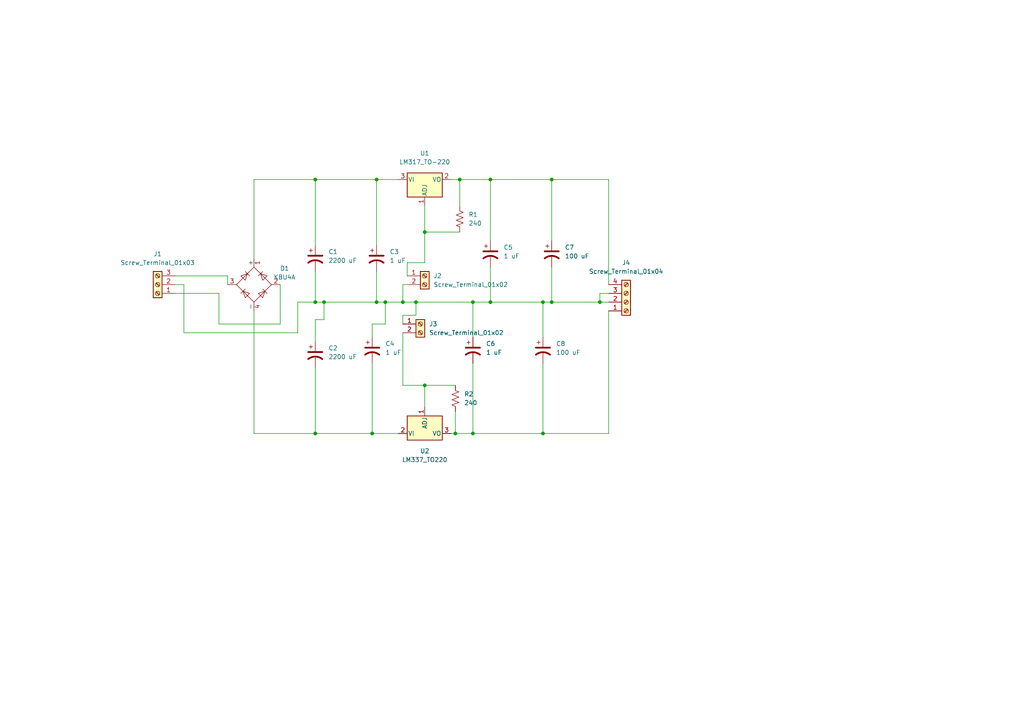
<source format=kicad_sch>
(kicad_sch (version 20211123) (generator eeschema)
  (paper "A4")
  (lib_symbols
    (symbol "Connector:Screw_Terminal_01x02" (pin_names (offset 1.016) hide)
      (property "Reference" "J" (at 0 2.54 0))
      (property "Value" "Screw_Terminal_01x02" (at 0 -5.08 0))
      (symbol "Screw_Terminal_01x02_1_1"
        (rectangle (start -1.27 1.27) (end 1.27 -3.81) (stroke (width 0.254)) (fill (type background)))
        (circle (center 0 -2.54) (radius 0.635) (stroke (width 0.1524)))
        (polyline (pts (xy -0.5334 -2.2098) (xy 0.3302 -3.048)) (stroke (width 0.1524)))
        (polyline (pts (xy -0.5334 0.3302) (xy 0.3302 -0.508)) (stroke (width 0.1524)))
        (polyline (pts (xy -0.3556 -2.032) (xy 0.508 -2.8702)) (stroke (width 0.1524)))
        (polyline (pts (xy -0.3556 0.508) (xy 0.508 -0.3302)) (stroke (width 0.1524)))
        (circle (center 0 0) (radius 0.635) (stroke (width 0.1524)))
        (pin passive line (at -5.08 0 0) (length 3.81) (name "Pin_1") (number "1"))
        (pin passive line (at -5.08 -2.54 0) (length 3.81) (name "Pin_2") (number "2"))
      )
    )
    (symbol "Connector:Screw_Terminal_01x03" (pin_names (offset 1.016) hide)
      (property "Reference" "J" (at 0 5.08 0))
      (property "Value" "Screw_Terminal_01x03" (at 0 -5.08 0))
      (symbol "Screw_Terminal_01x03_1_1"
        (rectangle (start -1.27 3.81) (end 1.27 -3.81) (stroke (width 0.254)) (fill (type background)))
        (circle (center 0 -2.54) (radius 0.635) (stroke (width 0.1524)))
        (polyline (pts (xy -0.5334 -2.2098) (xy 0.3302 -3.048)) (stroke (width 0.1524)))
        (polyline (pts (xy -0.5334 0.3302) (xy 0.3302 -0.508)) (stroke (width 0.1524)))
        (polyline (pts (xy -0.5334 2.8702) (xy 0.3302 2.032)) (stroke (width 0.1524)))
        (polyline (pts (xy -0.3556 -2.032) (xy 0.508 -2.8702)) (stroke (width 0.1524)))
        (polyline (pts (xy -0.3556 0.508) (xy 0.508 -0.3302)) (stroke (width 0.1524)))
        (polyline (pts (xy -0.3556 3.048) (xy 0.508 2.2098)) (stroke (width 0.1524)))
        (circle (center 0 0) (radius 0.635) (stroke (width 0.1524)))
        (circle (center 0 2.54) (radius 0.635) (stroke (width 0.1524)))
        (pin passive line (at -5.08 2.54 0) (length 3.81) (name "Pin_1") (number "1"))
        (pin passive line (at -5.08 0 0) (length 3.81) (name "Pin_2") (number "2"))
        (pin passive line (at -5.08 -2.54 0) (length 3.81) (name "Pin_3") (number "3"))
      )
    )
    (symbol "Connector:Screw_Terminal_01x04" (pin_names (offset 1.016) hide)
      (property "Reference" "J" (at 0 5.08 0))
      (property "Value" "Screw_Terminal_01x04" (at 0 -7.62 0))
      (symbol "Screw_Terminal_01x04_1_1"
        (rectangle (start -1.27 3.81) (end 1.27 -6.35) (stroke (width 0.254)) (fill (type background)))
        (circle (center 0 -5.08) (radius 0.635) (stroke (width 0.1524)))
        (circle (center 0 -2.54) (radius 0.635) (stroke (width 0.1524)))
        (polyline (pts (xy -0.5334 -4.7498) (xy 0.3302 -5.588)) (stroke (width 0.1524)))
        (polyline (pts (xy -0.5334 -2.2098) (xy 0.3302 -3.048)) (stroke (width 0.1524)))
        (polyline (pts (xy -0.5334 0.3302) (xy 0.3302 -0.508)) (stroke (width 0.1524)))
        (polyline (pts (xy -0.5334 2.8702) (xy 0.3302 2.032)) (stroke (width 0.1524)))
        (polyline (pts (xy -0.3556 -4.572) (xy 0.508 -5.4102)) (stroke (width 0.1524)))
        (polyline (pts (xy -0.3556 -2.032) (xy 0.508 -2.8702)) (stroke (width 0.1524)))
        (polyline (pts (xy -0.3556 0.508) (xy 0.508 -0.3302)) (stroke (width 0.1524)))
        (polyline (pts (xy -0.3556 3.048) (xy 0.508 2.2098)) (stroke (width 0.1524)))
        (circle (center 0 0) (radius 0.635) (stroke (width 0.1524)))
        (circle (center 0 2.54) (radius 0.635) (stroke (width 0.1524)))
        (pin passive line (at -5.08 2.54 0) (length 3.81) (name "Pin_1") (number "1"))
        (pin passive line (at -5.08 0 0) (length 3.81) (name "Pin_2") (number "2"))
        (pin passive line (at -5.08 -2.54 0) (length 3.81) (name "Pin_3") (number "3"))
        (pin passive line (at -5.08 -5.08 0) (length 3.81) (name "Pin_4") (number "4"))
      )
    )
    (symbol "Device:C_Polarized_US" (pin_numbers hide) (pin_names (offset 0.254) hide)
      (property "Reference" "C" (at 0.635 2.54 0))
      (property "Value" "C_Polarized_US" (at 0.635 -2.54 0))
      (symbol "C_Polarized_US_0_1"
        (polyline (pts (xy -2.032 0.762) (xy 2.032 0.762)) (stroke (width 0.508)))
        (polyline (pts (xy -1.778 2.286) (xy -0.762 2.286)))
        (polyline (pts (xy -1.27 1.778) (xy -1.27 2.794)))
        (arc (start 2.032 -1.27) (mid 0 -0.5572) (end -2.032 -1.27) (stroke (width 0.508)))
      )
      (symbol "C_Polarized_US_1_1"
        (pin passive line (at 0 3.81 270) (length 2.794) (name "~") (number "1"))
        (pin passive line (at 0 -3.81 90) (length 3.302) (name "~") (number "2"))
      )
    )
    (symbol "Device:R_US" (pin_numbers hide) (pin_names (offset 0))
      (property "Reference" "R" (at 2.54 0 90))
      (property "Value" "R_US" (at -2.54 0 90))
      (symbol "R_US_0_1"
        (polyline (pts (xy 0 -2.286) (xy 0 -2.54)))
        (polyline (pts (xy 0 2.286) (xy 0 2.54)))
        (polyline (pts (xy 0 -0.762) (xy 1.016 -1.143) (xy 0 -1.524) (xy -1.016 -1.905) (xy 0 -2.286)))
        (polyline (pts (xy 0 0.762) (xy 1.016 0.381) (xy 0 0) (xy -1.016 -0.381) (xy 0 -0.762)))
        (polyline (pts (xy 0 2.286) (xy 1.016 1.905) (xy 0 1.524) (xy -1.016 1.143) (xy 0 0.762)))
      )
      (symbol "R_US_1_1"
        (pin passive line (at 0 3.81 270) (length 1.27) (name "~") (number "1"))
        (pin passive line (at 0 -3.81 90) (length 1.27) (name "~") (number "2"))
      )
    )
    (symbol "Diode_Bridge:KBU4A" (pin_names (offset 0))
      (property "Reference" "D" (at 2.54 6.985 0))
      (property "Value" "KBU4A" (at 2.54 5.08 0))
      (symbol "KBU4A_0_1"
        (polyline (pts (xy -2.54 3.81) (xy -1.27 2.54)))
        (polyline (pts (xy -1.27 -2.54) (xy -2.54 -3.81)))
        (polyline (pts (xy 2.54 -1.27) (xy 3.81 -2.54)))
        (polyline (pts (xy 2.54 1.27) (xy 3.81 2.54)))
        (polyline (pts (xy -3.81 2.54) (xy -2.54 1.27) (xy -1.905 3.175) (xy -3.81 2.54)))
        (polyline (pts (xy -2.54 -1.27) (xy -3.81 -2.54) (xy -1.905 -3.175) (xy -2.54 -1.27)))
        (polyline (pts (xy 1.27 2.54) (xy 2.54 3.81) (xy 3.175 1.905) (xy 1.27 2.54)))
        (polyline (pts (xy 3.175 -1.905) (xy 1.27 -2.54) (xy 2.54 -3.81) (xy 3.175 -1.905)))
        (polyline (pts (xy -5.08 0) (xy 0 -5.08) (xy 5.08 0) (xy 0 5.08) (xy -5.08 0)))
      )
      (symbol "KBU4A_1_1"
        (pin passive line (at 7.62 0 180) (length 2.54) (name "+") (number "1"))
        (pin passive line (at 0 -7.62 90) (length 2.54) (name "~") (number "2"))
        (pin passive line (at 0 7.62 270) (length 2.54) (name "~") (number "3"))
        (pin passive line (at -7.62 0 0) (length 2.54) (name "-") (number "4"))
      )
    )
    (symbol "Regulator_Linear:LM317_TO-220" (pin_names (offset 0.254))
      (property "Reference" "U" (at -3.81 3.175 0))
      (property "Value" "LM317_TO-220" (at 0 3.175 0))
      (symbol "LM317_TO-220_0_1"
        (rectangle (start -5.08 1.905) (end 5.08 -5.08) (stroke (width 0.254)) (fill (type background)))
      )
      (symbol "LM317_TO-220_1_1"
        (pin input line (at 0 -7.62 90) (length 2.54) (name "ADJ") (number "1"))
        (pin power_out line (at 7.62 0 180) (length 2.54) (name "VO") (number "2"))
        (pin power_in line (at -7.62 0 0) (length 2.54) (name "VI") (number "3"))
      )
    )
    (symbol "Regulator_Linear:LM337_TO220" (pin_names (offset 0.254))
      (property "Reference" "U" (at -3.81 -3.175 0))
      (property "Value" "LM337_TO220" (at 0 -3.175 0))
      (symbol "LM337_TO220_0_1"
        (rectangle (start -5.08 5.08) (end 5.08 -1.905) (stroke (width 0.254)) (fill (type background)))
      )
      (symbol "LM337_TO220_1_1"
        (pin input line (at 0 7.62 270) (length 2.54) (name "ADJ") (number "1"))
        (pin power_in line (at -7.62 0 0) (length 2.54) (name "VI") (number "2"))
        (pin power_out line (at 7.62 0 180) (length 2.54) (name "VO") (number "3"))
      )
    )
  )
  (junction (at 107.95 125.73))
  (junction (at 133.35 52.07))
  (junction (at 160.02 87.63))
  (junction (at 93.98 87.63))
  (junction (at 123.19 67.31))
  (junction (at 157.48 125.73))
  (junction (at 142.24 87.63))
  (junction (at 109.22 87.63))
  (junction (at 91.44 52.07))
  (junction (at 132.08 125.73))
  (junction (at 116.84 87.63))
  (junction (at 91.44 87.63))
  (junction (at 142.24 52.07))
  (junction (at 137.16 87.63))
  (junction (at 123.19 111.76))
  (junction (at 157.48 87.63))
  (junction (at 111.76 87.63))
  (junction (at 120.65 87.63))
  (junction (at 173.99 87.63))
  (junction (at 91.44 125.73))
  (junction (at 160.02 52.07))
  (junction (at 137.16 125.73))
  (junction (at 109.22 52.07))
  (wire (pts (xy 130.81 125.73) (xy 132.08 125.73)))
  (wire (pts (xy 116.84 87.63) (xy 120.65 87.63)))
  (wire (pts (xy 109.22 78.74) (xy 109.22 87.63)))
  (wire (pts (xy 123.19 111.76) (xy 123.19 118.11)))
  (wire (pts (xy 111.76 93.98) (xy 111.76 87.63)))
  (wire (pts (xy 107.95 97.79) (xy 107.95 93.98)))
  (wire (pts (xy 116.84 91.44) (xy 120.65 91.44)))
  (wire (pts (xy 107.95 93.98) (xy 111.76 93.98)))
  (wire (pts (xy 73.66 125.73) (xy 91.44 125.73)))
  (wire (pts (xy 116.84 111.76) (xy 123.19 111.76)))
  (wire (pts (xy 86.36 96.52) (xy 86.36 87.63)))
  (wire (pts (xy 50.8 80.01) (xy 66.04 80.01)))
  (wire (pts (xy 86.36 87.63) (xy 91.44 87.63)))
  (wire (pts (xy 142.24 77.47) (xy 142.24 87.63)))
  (wire (pts (xy 120.65 91.44) (xy 120.65 87.63)))
  (wire (pts (xy 109.22 52.07) (xy 115.57 52.07)))
  (wire (pts (xy 176.53 90.17) (xy 176.53 125.73)))
  (wire (pts (xy 137.16 87.63) (xy 142.24 87.63)))
  (wire (pts (xy 107.95 125.73) (xy 115.57 125.73)))
  (wire (pts (xy 132.08 125.73) (xy 137.16 125.73)))
  (wire (pts (xy 50.8 82.55) (xy 53.34 82.55)))
  (wire (pts (xy 63.5 85.09) (xy 63.5 93.98)))
  (wire (pts (xy 160.02 87.63) (xy 173.99 87.63)))
  (wire (pts (xy 130.81 52.07) (xy 133.35 52.07)))
  (wire (pts (xy 142.24 52.07) (xy 160.02 52.07)))
  (wire (pts (xy 157.48 105.41) (xy 157.48 125.73)))
  (wire (pts (xy 91.44 106.68) (xy 91.44 125.73)))
  (wire (pts (xy 132.08 119.38) (xy 132.08 125.73)))
  (wire (pts (xy 109.22 87.63) (xy 111.76 87.63)))
  (wire (pts (xy 93.98 92.71) (xy 93.98 87.63)))
  (wire (pts (xy 53.34 96.52) (xy 86.36 96.52)))
  (wire (pts (xy 137.16 87.63) (xy 137.16 97.79)))
  (wire (pts (xy 176.53 85.09) (xy 173.99 85.09)))
  (wire (pts (xy 91.44 52.07) (xy 109.22 52.07)))
  (wire (pts (xy 91.44 87.63) (xy 93.98 87.63)))
  (wire (pts (xy 91.44 52.07) (xy 91.44 71.12)))
  (wire (pts (xy 93.98 87.63) (xy 109.22 87.63)))
  (wire (pts (xy 160.02 52.07) (xy 176.53 52.07)))
  (wire (pts (xy 157.48 125.73) (xy 176.53 125.73)))
  (wire (pts (xy 53.34 82.55) (xy 53.34 96.52)))
  (wire (pts (xy 133.35 52.07) (xy 142.24 52.07)))
  (wire (pts (xy 91.44 92.71) (xy 93.98 92.71)))
  (wire (pts (xy 73.66 52.07) (xy 91.44 52.07)))
  (wire (pts (xy 118.11 80.01) (xy 118.11 76.2)))
  (wire (pts (xy 133.35 67.31) (xy 123.19 67.31)))
  (wire (pts (xy 109.22 52.07) (xy 109.22 71.12)))
  (wire (pts (xy 66.04 80.01) (xy 66.04 82.55)))
  (wire (pts (xy 107.95 105.41) (xy 107.95 125.73)))
  (wire (pts (xy 157.48 87.63) (xy 160.02 87.63)))
  (wire (pts (xy 137.16 105.41) (xy 137.16 125.73)))
  (wire (pts (xy 50.8 85.09) (xy 63.5 85.09)))
  (wire (pts (xy 63.5 93.98) (xy 81.28 93.98)))
  (wire (pts (xy 123.19 67.31) (xy 123.19 59.69)))
  (wire (pts (xy 137.16 125.73) (xy 157.48 125.73)))
  (wire (pts (xy 160.02 52.07) (xy 160.02 69.85)))
  (wire (pts (xy 133.35 52.07) (xy 133.35 59.69)))
  (wire (pts (xy 111.76 87.63) (xy 116.84 87.63)))
  (wire (pts (xy 120.65 87.63) (xy 137.16 87.63)))
  (wire (pts (xy 116.84 93.98) (xy 116.84 91.44)))
  (wire (pts (xy 91.44 99.06) (xy 91.44 92.71)))
  (wire (pts (xy 118.11 82.55) (xy 116.84 82.55)))
  (wire (pts (xy 91.44 125.73) (xy 107.95 125.73)))
  (wire (pts (xy 73.66 52.07) (xy 73.66 74.93)))
  (wire (pts (xy 173.99 87.63) (xy 176.53 87.63)))
  (wire (pts (xy 116.84 82.55) (xy 116.84 87.63)))
  (wire (pts (xy 142.24 87.63) (xy 157.48 87.63)))
  (wire (pts (xy 176.53 52.07) (xy 176.53 82.55)))
  (wire (pts (xy 142.24 52.07) (xy 142.24 69.85)))
  (wire (pts (xy 81.28 93.98) (xy 81.28 82.55)))
  (wire (pts (xy 157.48 87.63) (xy 157.48 97.79)))
  (wire (pts (xy 173.99 85.09) (xy 173.99 87.63)))
  (wire (pts (xy 116.84 96.52) (xy 116.84 111.76)))
  (wire (pts (xy 160.02 77.47) (xy 160.02 87.63)))
  (wire (pts (xy 123.19 76.2) (xy 123.19 67.31)))
  (wire (pts (xy 91.44 78.74) (xy 91.44 87.63)))
  (wire (pts (xy 118.11 76.2) (xy 123.19 76.2)))
  (wire (pts (xy 132.08 111.76) (xy 123.19 111.76)))
  (wire (pts (xy 73.66 90.17) (xy 73.66 125.73)))
  (symbol (lib_id "Device:C_Polarized_US") (at 142.24 73.66 0) (unit 1)
    (property "Reference" "C5" (at 146.05 71.7549 0) (effects (justify left)))
    (property "Value" "1 uF" (at 146.05 74.2949 0) (effects (justify left)))
    (property "Footprint" "Capacitor_THT:CP_Radial_D4.0mm_P2.00mm" (effects hide))
  )
  (symbol (lib_id "Device:C_Polarized_US") (at 107.95 101.6 0) (unit 1)
    (property "Reference" "C4" (at 111.76 99.6949 0) (effects (justify left)))
    (property "Value" "1 uF" (at 111.76 102.2349 0) (effects (justify left)))
    (property "Footprint" "Capacitor_THT:CP_Radial_D4.0mm_P2.00mm" (effects hide))
  )
  (symbol (lib_id "Connector:Screw_Terminal_01x02") (at 121.92 93.98 0) (unit 1)
    (property "Reference" "J3" (at 124.46 93.9799 0) (effects (justify left)))
    (property "Value" "Screw_Terminal_01x02" (at 124.46 96.5199 0) (effects (justify left)))
    (property "Footprint" "Connector_Phoenix_MSTB:PhoenixContact_MSTBA_2,5_2-G-5,08_1x02_P5.08mm_Horizontal" (effects hide))
  )
  (symbol (lib_id "Device:C_Polarized_US") (at 109.22 74.93 0) (unit 1)
    (property "Reference" "C3" (at 113.03 73.0249 0) (effects (justify left)))
    (property "Value" "1 uF" (at 113.03 75.5649 0) (effects (justify left)))
    (property "Footprint" "Capacitor_THT:CP_Radial_D4.0mm_P2.00mm" (effects hide))
  )
  (symbol (lib_id "Regulator_Linear:LM337_TO220") (at 123.19 125.73 0) (unit 1)
    (property "Reference" "U2" (at 123.19 130.81 0))
    (property "Value" "LM337_TO220" (at 123.19 133.35 0))
    (property "Footprint" "Package_TO_SOT_THT:TO-220-3_Vertical" (effects hide))
    (property "Datasheet" "http://www.ti.com/lit/ds/symlink/lm337-n.pdf" (effects hide))
  )
  (symbol (lib_id "Connector:Screw_Terminal_01x02") (at 123.19 80.01 0) (unit 1)
    (property "Reference" "J2" (at 125.73 80.0099 0) (effects (justify left)))
    (property "Value" "Screw_Terminal_01x02" (at 125.73 82.5499 0) (effects (justify left)))
    (property "Footprint" "Connector_Phoenix_MSTB:PhoenixContact_MSTBA_2,5_2-G-5,08_1x02_P5.08mm_Horizontal" (effects hide))
  )
  (symbol (lib_id "Device:R_US") (at 132.08 115.57 0) (unit 1)
    (property "Reference" "R2" (at 134.62 114.2999 0) (effects (justify left)))
    (property "Value" "240" (at 134.62 116.8399 0) (effects (justify left)))
    (property "Footprint" "Resistor_THT:R_Axial_DIN0309_L9.0mm_D3.2mm_P12.70mm_Horizontal" (effects hide))
  )
  (symbol (lib_id "Connector:Screw_Terminal_01x04") (at 181.61 87.63 0) (mirror x) (unit 1)
    (property "Reference" "J4" (at 181.61 76.2 0))
    (property "Value" "Screw_Terminal_01x04" (at 181.61 78.74 0))
    (property "Footprint" "Connector_Phoenix_MSTB:PhoenixContact_MSTBA_2,5_4-G_1x04_P5.00mm_Horizontal" (effects hide))
  )
  (symbol (lib_id "Device:C_Polarized_US") (at 91.44 74.93 0) (unit 1)
    (property "Reference" "C1" (at 95.25 73.0249 0) (effects (justify left)))
    (property "Value" "2200 uF" (at 95.25 75.5649 0) (effects (justify left)))
    (property "Footprint" "Capacitor_THT:CP_Radial_D10.0mm_P5.00mm" (effects hide))
  )
  (symbol (lib_id "Device:C_Polarized_US") (at 157.48 101.6 0) (unit 1)
    (property "Reference" "C8" (at 161.29 99.6949 0) (effects (justify left)))
    (property "Value" "100 uF" (at 161.29 102.2349 0) (effects (justify left)))
    (property "Footprint" "Capacitor_THT:CP_Radial_D6.3mm_P2.50mm" (effects hide))
  )
  (symbol (lib_id "Connector:Screw_Terminal_01x03") (at 45.72 82.55 180) (unit 1)
    (property "Reference" "J1" (at 45.72 73.66 0))
    (property "Value" "Screw_Terminal_01x03" (at 45.72 76.2 0))
    (property "Footprint" "Connector_Phoenix_MSTB:PhoenixContact_MSTBA_2,5_3-G_1x03_P5.00mm_Horizontal" (effects hide))
  )
  (symbol (lib_id "Device:C_Polarized_US") (at 137.16 101.6 0) (unit 1)
    (property "Reference" "C6" (at 140.97 99.6949 0) (effects (justify left)))
    (property "Value" "1 uF" (at 140.97 102.2349 0) (effects (justify left)))
    (property "Footprint" "Capacitor_THT:CP_Radial_D4.0mm_P2.00mm" (effects hide))
  )
  (symbol (lib_id "Device:C_Polarized_US") (at 160.02 73.66 0) (unit 1)
    (property "Reference" "C7" (at 163.83 71.7549 0) (effects (justify left)))
    (property "Value" "100 uF" (at 163.83 74.2949 0) (effects (justify left)))
    (property "Footprint" "Capacitor_THT:CP_Radial_D6.3mm_P2.50mm" (effects hide))
  )
  (symbol (lib_id "Regulator_Linear:LM317_TO-220") (at 123.19 52.07 0) (unit 1)
    (property "Reference" "U1" (at 123.19 44.45 0))
    (property "Value" "LM317_TO-220" (at 123.19 46.99 0))
    (property "Footprint" "Package_TO_SOT_THT:TO-220-3_Vertical" (effects hide))
    (property "Datasheet" "http://www.ti.com/lit/ds/symlink/lm317.pdf" (effects hide))
  )
  (symbol (lib_id "Device:C_Polarized_US") (at 91.44 102.87 0) (unit 1)
    (property "Reference" "C2" (at 95.25 100.9649 0) (effects (justify left)))
    (property "Value" "2200 uF" (at 95.25 103.5049 0) (effects (justify left)))
    (property "Footprint" "Capacitor_THT:CP_Radial_D10.0mm_P5.00mm" (effects hide))
  )
  (symbol (lib_id "Device:R_US") (at 133.35 63.5 0) (unit 1)
    (property "Reference" "R1" (at 135.89 62.2299 0) (effects (justify left)))
    (property "Value" "240" (at 135.89 64.7699 0) (effects (justify left)))
    (property "Footprint" "Resistor_THT:R_Axial_DIN0309_L9.0mm_D3.2mm_P12.70mm_Horizontal" (effects hide))
  )
  (symbol (lib_id "Diode_Bridge:KBU4A") (at 73.66 82.55 90) (unit 1)
    (property "Reference" "D1" (at 82.55 77.851 90))
    (property "Value" "KBU4A" (at 82.55 80.391 90))
    (property "Footprint" "Diode_THT:Diode_Bridge_Vishay_KBU" (effects hide))
    (property "Datasheet" "http://www.vishay.com/docs/88656/kbu4.pdf" (effects hide))
  )
)
</source>
